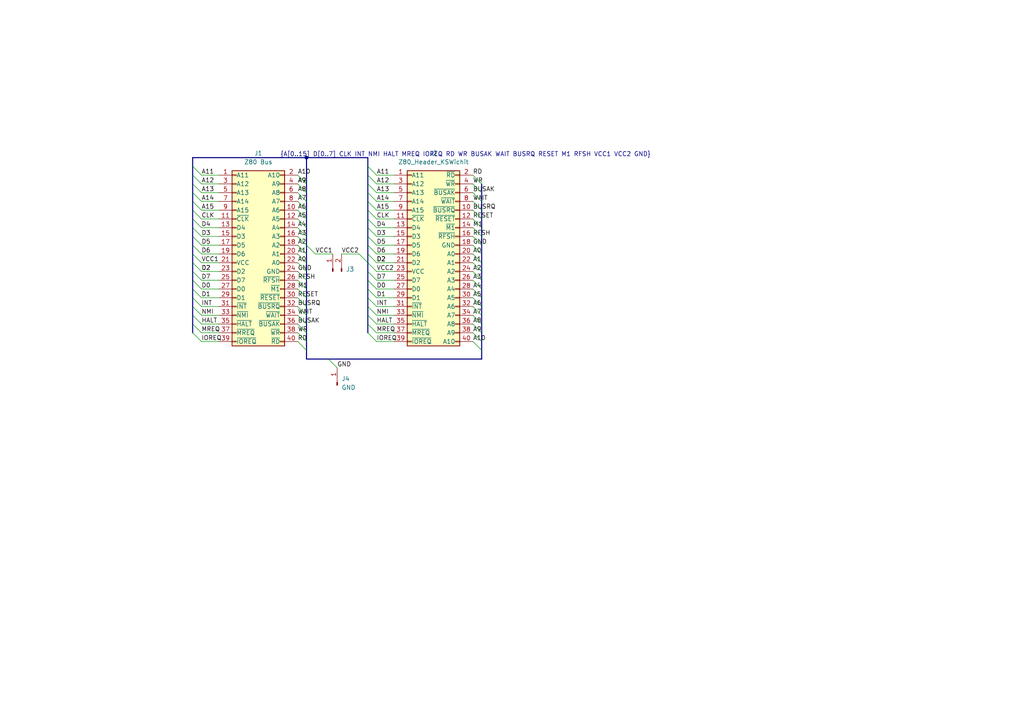
<source format=kicad_sch>
(kicad_sch (version 20230121) (generator eeschema)
  (paper "A4")
  (lib_symbols
    (symbol "CPU:Z80_Header" (pin_names (offset 1.25))
      (property "Reference" "J" (at 1.27 25.4 0))
      (property "Value" "Z80_Header" (at 6.35 -27.94 0))
      (symbol "Z80_Header_1_1"
        (rectangle (start -1.27 -25.273) (end 0 -25.527) (stroke (width 0.1524)))
        (rectangle (start -1.27 -22.733) (end 0 -22.987) (stroke (width 0.1524)))
        (rectangle (start -1.27 -20.193) (end 0 -20.447) (stroke (width 0.1524)))
        (rectangle (start -1.27 -17.653) (end 0 -17.907) (stroke (width 0.1524)))
        (rectangle (start -1.27 -15.113) (end 0 -15.367) (stroke (width 0.1524)))
        (rectangle (start -1.27 -12.573) (end 0 -12.827) (stroke (width 0.1524)))
        (rectangle (start -1.27 -10.033) (end 0 -10.287) (stroke (width 0.1524)))
        (rectangle (start -1.27 -7.493) (end 0 -7.747) (stroke (width 0.1524)))
        (rectangle (start -1.27 -4.953) (end 0 -5.207) (stroke (width 0.1524)))
        (rectangle (start -1.27 -2.413) (end 0 -2.667) (stroke (width 0.1524)))
        (rectangle (start -1.27 0.127) (end 0 -0.127) (stroke (width 0.1524)))
        (rectangle (start -1.27 2.667) (end 0 2.413) (stroke (width 0.1524)))
        (rectangle (start -1.27 5.207) (end 0 4.953) (stroke (width 0.1524)))
        (rectangle (start -1.27 7.747) (end 0 7.493) (stroke (width 0.1524)))
        (rectangle (start -1.27 10.287) (end 0 10.033) (stroke (width 0.1524)))
        (rectangle (start -1.27 12.827) (end 0 12.573) (stroke (width 0.1524)))
        (rectangle (start -1.27 15.367) (end 0 15.113) (stroke (width 0.1524)))
        (rectangle (start -1.27 17.907) (end 0 17.653) (stroke (width 0.1524)))
        (rectangle (start -1.27 20.447) (end 0 20.193) (stroke (width 0.1524)))
        (rectangle (start -1.27 22.987) (end 0 22.733) (stroke (width 0.1524)))
        (rectangle (start -1.27 24.13) (end 13.97 -26.67) (stroke (width 0.254)) (fill (type background)))
        (rectangle (start 13.97 -25.273) (end 12.7 -25.527) (stroke (width 0.1524)))
        (rectangle (start 13.97 -22.733) (end 12.7 -22.987) (stroke (width 0.1524)))
        (rectangle (start 13.97 -20.193) (end 12.7 -20.447) (stroke (width 0.1524)))
        (rectangle (start 13.97 -17.653) (end 12.7 -17.907) (stroke (width 0.1524)))
        (rectangle (start 13.97 -15.113) (end 12.7 -15.367) (stroke (width 0.1524)))
        (rectangle (start 13.97 -12.573) (end 12.7 -12.827) (stroke (width 0.1524)))
        (rectangle (start 13.97 -10.033) (end 12.7 -10.287) (stroke (width 0.1524)))
        (rectangle (start 13.97 -7.493) (end 12.7 -7.747) (stroke (width 0.1524)))
        (rectangle (start 13.97 -4.953) (end 12.7 -5.207) (stroke (width 0.1524)))
        (rectangle (start 13.97 -2.413) (end 12.7 -2.667) (stroke (width 0.1524)))
        (rectangle (start 13.97 0.127) (end 12.7 -0.127) (stroke (width 0.1524)))
        (rectangle (start 13.97 2.667) (end 12.7 2.413) (stroke (width 0.1524)))
        (rectangle (start 13.97 5.207) (end 12.7 4.953) (stroke (width 0.1524)))
        (rectangle (start 13.97 7.747) (end 12.7 7.493) (stroke (width 0.1524)))
        (rectangle (start 13.97 10.287) (end 12.7 10.033) (stroke (width 0.1524)))
        (rectangle (start 13.97 12.827) (end 12.7 12.573) (stroke (width 0.1524)))
        (rectangle (start 13.97 15.367) (end 12.7 15.113) (stroke (width 0.1524)))
        (rectangle (start 13.97 17.907) (end 12.7 17.653) (stroke (width 0.1524)))
        (rectangle (start 13.97 20.447) (end 12.7 20.193) (stroke (width 0.1524)))
        (rectangle (start 13.97 22.987) (end 12.7 22.733) (stroke (width 0.1524)))
        (pin output line (at -5.08 22.86 0) (length 3.81) (name "A11") (number "1"))
        (pin output line (at 17.78 12.7 180) (length 3.81) (name "A6") (number "10"))
        (pin input line (at -5.08 10.16 0) (length 3.81) (name "~{CLK}") (number "11"))
        (pin output line (at 17.78 10.16 180) (length 3.81) (name "A5") (number "12"))
        (pin bidirectional line (at -5.08 7.62 0) (length 3.81) (name "D4") (number "13"))
        (pin output line (at 17.78 7.62 180) (length 3.81) (name "A4") (number "14"))
        (pin bidirectional line (at -5.08 5.08 0) (length 3.81) (name "D3") (number "15"))
        (pin output line (at 17.78 5.08 180) (length 3.81) (name "A3") (number "16"))
        (pin bidirectional line (at -5.08 2.54 0) (length 3.81) (name "D5") (number "17"))
        (pin output line (at 17.78 2.54 180) (length 3.81) (name "A2") (number "18"))
        (pin bidirectional line (at -5.08 0 0) (length 3.81) (name "D6") (number "19"))
        (pin output line (at 17.78 22.86 180) (length 3.81) (name "A10") (number "2"))
        (pin output line (at 17.78 0 180) (length 3.81) (name "A1") (number "20"))
        (pin power_in line (at -5.08 -2.54 0) (length 3.81) (name "VCC") (number "21"))
        (pin output line (at 17.78 -2.54 180) (length 3.81) (name "A0") (number "22"))
        (pin bidirectional line (at -5.08 -5.08 0) (length 3.81) (name "D2") (number "23"))
        (pin power_in line (at 17.78 -5.08 180) (length 3.81) (name "GND") (number "24"))
        (pin bidirectional line (at -5.08 -7.62 0) (length 3.81) (name "D7") (number "25"))
        (pin output line (at 17.78 -7.62 180) (length 3.81) (name "~{RFSH}") (number "26"))
        (pin bidirectional line (at -5.08 -10.16 0) (length 3.81) (name "D0") (number "27"))
        (pin output line (at 17.78 -10.16 180) (length 3.81) (name "~{M1}") (number "28"))
        (pin bidirectional line (at -5.08 -12.7 0) (length 3.81) (name "D1") (number "29"))
        (pin output line (at -5.08 20.32 0) (length 3.81) (name "A12") (number "3"))
        (pin input line (at 17.78 -12.7 180) (length 3.81) (name "~{RESET}") (number "30"))
        (pin input line (at -5.08 -15.24 0) (length 3.81) (name "~{INT}") (number "31"))
        (pin input line (at 17.78 -15.24 180) (length 3.81) (name "~{BUSRQ}") (number "32"))
        (pin input line (at -5.08 -17.78 0) (length 3.81) (name "~{NMI}") (number "33"))
        (pin input line (at 17.78 -17.78 180) (length 3.81) (name "~{WAIT}") (number "34"))
        (pin output line (at -5.08 -20.32 0) (length 3.81) (name "~{HALT}") (number "35"))
        (pin output line (at 17.78 -20.32 180) (length 3.81) (name "~{BUSAK}") (number "36"))
        (pin output line (at -5.08 -22.86 0) (length 3.81) (name "~{MREQ}") (number "37"))
        (pin output line (at 17.78 -22.86 180) (length 3.81) (name "~{WR}") (number "38"))
        (pin output line (at -5.08 -25.4 0) (length 3.81) (name "~{IOREQ}") (number "39"))
        (pin output line (at 17.78 20.32 180) (length 3.81) (name "A9") (number "4"))
        (pin output line (at 17.78 -25.4 180) (length 3.81) (name "~{RD}") (number "40"))
        (pin output line (at -5.08 17.78 0) (length 3.81) (name "A13") (number "5"))
        (pin output line (at 17.78 17.78 180) (length 3.81) (name "A8") (number "6"))
        (pin output line (at -5.08 15.24 0) (length 3.81) (name "A14") (number "7"))
        (pin output line (at 17.78 15.24 180) (length 3.81) (name "A7") (number "8"))
        (pin output line (at -5.08 12.7 0) (length 3.81) (name "A15") (number "9"))
      )
    )
    (symbol "CPU:Z80_Header_KSWichit" (pin_names (offset 1.25))
      (property "Reference" "J2" (at 6.35 29.21 0))
      (property "Value" "Z80_Header_KSWichit" (at 6.35 26.67 0))
      (symbol "Z80_Header_KSWichit_1_1"
        (rectangle (start -1.27 -25.273) (end 0 -25.527) (stroke (width 0.1524)))
        (rectangle (start -1.27 -22.733) (end 0 -22.987) (stroke (width 0.1524)))
        (rectangle (start -1.27 -20.193) (end 0 -20.447) (stroke (width 0.1524)))
        (rectangle (start -1.27 -17.653) (end 0 -17.907) (stroke (width 0.1524)))
        (rectangle (start -1.27 -15.113) (end 0 -15.367) (stroke (width 0.1524)))
        (rectangle (start -1.27 -12.573) (end 0 -12.827) (stroke (width 0.1524)))
        (rectangle (start -1.27 -10.033) (end 0 -10.287) (stroke (width 0.1524)))
        (rectangle (start -1.27 -7.493) (end 0 -7.747) (stroke (width 0.1524)))
        (rectangle (start -1.27 -4.953) (end 0 -5.207) (stroke (width 0.1524)))
        (rectangle (start -1.27 -2.413) (end 0 -2.667) (stroke (width 0.1524)))
        (rectangle (start -1.27 0.127) (end 0 -0.127) (stroke (width 0.1524)))
        (rectangle (start -1.27 2.667) (end 0 2.413) (stroke (width 0.1524)))
        (rectangle (start -1.27 5.207) (end 0 4.953) (stroke (width 0.1524)))
        (rectangle (start -1.27 7.747) (end 0 7.493) (stroke (width 0.1524)))
        (rectangle (start -1.27 10.287) (end 0 10.033) (stroke (width 0.1524)))
        (rectangle (start -1.27 12.827) (end 0 12.573) (stroke (width 0.1524)))
        (rectangle (start -1.27 15.367) (end 0 15.113) (stroke (width 0.1524)))
        (rectangle (start -1.27 17.907) (end 0 17.653) (stroke (width 0.1524)))
        (rectangle (start -1.27 20.447) (end 0 20.193) (stroke (width 0.1524)))
        (rectangle (start -1.27 22.987) (end 0 22.733) (stroke (width 0.1524)))
        (rectangle (start -1.27 24.13) (end 13.97 -26.67) (stroke (width 0.254)) (fill (type background)))
        (rectangle (start 13.97 -25.273) (end 12.7 -25.527) (stroke (width 0.1524)))
        (rectangle (start 13.97 -22.733) (end 12.7 -22.987) (stroke (width 0.1524)))
        (rectangle (start 13.97 -20.193) (end 12.7 -20.447) (stroke (width 0.1524)))
        (rectangle (start 13.97 -17.653) (end 12.7 -17.907) (stroke (width 0.1524)))
        (rectangle (start 13.97 -15.113) (end 12.7 -15.367) (stroke (width 0.1524)))
        (rectangle (start 13.97 -12.573) (end 12.7 -12.827) (stroke (width 0.1524)))
        (rectangle (start 13.97 -10.033) (end 12.7 -10.287) (stroke (width 0.1524)))
        (rectangle (start 13.97 -7.493) (end 12.7 -7.747) (stroke (width 0.1524)))
        (rectangle (start 13.97 -4.953) (end 12.7 -5.207) (stroke (width 0.1524)))
        (rectangle (start 13.97 -2.413) (end 12.7 -2.667) (stroke (width 0.1524)))
        (rectangle (start 13.97 0.127) (end 12.7 -0.127) (stroke (width 0.1524)))
        (rectangle (start 13.97 2.667) (end 12.7 2.413) (stroke (width 0.1524)))
        (rectangle (start 13.97 5.207) (end 12.7 4.953) (stroke (width 0.1524)))
        (rectangle (start 13.97 7.747) (end 12.7 7.493) (stroke (width 0.1524)))
        (rectangle (start 13.97 10.287) (end 12.7 10.033) (stroke (width 0.1524)))
        (rectangle (start 13.97 12.827) (end 12.7 12.573) (stroke (width 0.1524)))
        (rectangle (start 13.97 15.367) (end 12.7 15.113) (stroke (width 0.1524)))
        (rectangle (start 13.97 17.907) (end 12.7 17.653) (stroke (width 0.1524)))
        (rectangle (start 13.97 20.447) (end 12.7 20.193) (stroke (width 0.1524)))
        (rectangle (start 13.97 22.987) (end 12.7 22.733) (stroke (width 0.1524)))
        (pin output line (at -5.08 22.86 0) (length 3.81) (name "A11") (number "1"))
        (pin input line (at 17.78 12.7 180) (length 3.81) (name "~{BUSRQ}") (number "10"))
        (pin input line (at -5.08 10.16 0) (length 3.81) (name "~{CLK}") (number "11"))
        (pin input line (at 17.78 10.16 180) (length 3.81) (name "~{RESET}") (number "12"))
        (pin bidirectional line (at -5.08 7.62 0) (length 3.81) (name "D4") (number "13"))
        (pin output line (at 17.78 7.62 180) (length 3.81) (name "~{M1}") (number "14"))
        (pin bidirectional line (at -5.08 5.08 0) (length 3.81) (name "D3") (number "15"))
        (pin output line (at 17.78 5.08 180) (length 3.81) (name "~{RFSH}") (number "16"))
        (pin bidirectional line (at -5.08 2.54 0) (length 3.81) (name "D5") (number "17"))
        (pin power_in line (at 17.78 2.54 180) (length 3.81) (name "GND") (number "18"))
        (pin bidirectional line (at -5.08 0 0) (length 3.81) (name "D6") (number "19"))
        (pin output line (at 17.78 22.86 180) (length 3.81) (name "~{RD}") (number "2"))
        (pin output line (at 17.78 0 180) (length 3.81) (name "A0") (number "20"))
        (pin bidirectional line (at -5.08 -2.54 0) (length 3.81) (name "D2") (number "21"))
        (pin output line (at 17.78 -2.54 180) (length 3.81) (name "A1") (number "22"))
        (pin power_in line (at -5.08 -5.08 0) (length 3.81) (name "VCC") (number "23"))
        (pin output line (at 17.78 -5.08 180) (length 3.81) (name "A2") (number "24"))
        (pin bidirectional line (at -5.08 -7.62 0) (length 3.81) (name "D7") (number "25"))
        (pin output line (at 17.78 -7.62 180) (length 3.81) (name "A3") (number "26"))
        (pin bidirectional line (at -5.08 -10.16 0) (length 3.81) (name "D0") (number "27"))
        (pin output line (at 17.78 -10.16 180) (length 3.81) (name "A4") (number "28"))
        (pin bidirectional line (at -5.08 -12.7 0) (length 3.81) (name "D1") (number "29"))
        (pin output line (at -5.08 20.32 0) (length 3.81) (name "A12") (number "3"))
        (pin output line (at 17.78 -12.7 180) (length 3.81) (name "A5") (number "30"))
        (pin input line (at -5.08 -15.24 0) (length 3.81) (name "~{INT}") (number "31"))
        (pin output line (at 17.78 -15.24 180) (length 3.81) (name "A6") (number "32"))
        (pin input line (at -5.08 -17.78 0) (length 3.81) (name "~{NMI}") (number "33"))
        (pin output line (at 17.78 -17.78 180) (length 3.81) (name "A7") (number "34"))
        (pin output line (at -5.08 -20.32 0) (length 3.81) (name "~{HALT}") (number "35"))
        (pin output line (at 17.78 -20.32 180) (length 3.81) (name "A8") (number "36"))
        (pin output line (at -5.08 -22.86 0) (length 3.81) (name "~{MREQ}") (number "37"))
        (pin output line (at 17.78 -22.86 180) (length 3.81) (name "A9") (number "38"))
        (pin output line (at -5.08 -25.4 0) (length 3.81) (name "~{IOREQ}") (number "39"))
        (pin output line (at 17.78 20.32 180) (length 3.81) (name "~{WR}") (number "4"))
        (pin output line (at 17.78 -25.4 180) (length 3.81) (name "A10") (number "40"))
        (pin output line (at -5.08 17.78 0) (length 3.81) (name "A13") (number "5"))
        (pin output line (at 17.78 17.78 180) (length 3.81) (name "~{BUSAK}") (number "6"))
        (pin output line (at -5.08 15.24 0) (length 3.81) (name "A14") (number "7"))
        (pin input line (at 17.78 15.24 180) (length 3.81) (name "~{WAIT}") (number "8"))
        (pin output line (at -5.08 12.7 0) (length 3.81) (name "A15") (number "9"))
      )
    )
    (symbol "Connector:Conn_01x01_Pin" (pin_names (offset 1.016) hide)
      (property "Reference" "J" (at 0 2.54 0))
      (property "Value" "Conn_01x01_Pin" (at 0 -2.54 0))
      (symbol "Conn_01x01_Pin_1_1"
        (polyline (pts (xy 1.27 0) (xy 0.8636 0)) (stroke (width 0.1524)))
        (rectangle (start 0.8636 0.127) (end 0 -0.127) (stroke (width 0.1524)) (fill (type outline)))
        (pin passive line (at 5.08 0 180) (length 3.81) (name "Pin_1") (number "1"))
      )
    )
    (symbol "Connector:Conn_01x02_Pin" (pin_names (offset 1.016) hide)
      (property "Reference" "J" (at 0 2.54 0))
      (property "Value" "Conn_01x02_Pin" (at 0 -5.08 0))
      (symbol "Conn_01x02_Pin_1_1"
        (polyline (pts (xy 1.27 -2.54) (xy 0.8636 -2.54)) (stroke (width 0.1524)))
        (polyline (pts (xy 1.27 0) (xy 0.8636 0)) (stroke (width 0.1524)))
        (rectangle (start 0.8636 -2.413) (end 0 -2.667) (stroke (width 0.1524)) (fill (type outline)))
        (rectangle (start 0.8636 0.127) (end 0 -0.127) (stroke (width 0.1524)) (fill (type outline)))
        (pin passive line (at 5.08 0 180) (length 3.81) (name "Pin_1") (number "1"))
        (pin passive line (at 5.08 -2.54 180) (length 3.81) (name "Pin_2") (number "2"))
      )
    )
  )
  (junction (at 88.9 45.72))
  (bus_entry (at 106.68 68.58) (size 2.54 2.54))
  (bus_entry (at 88.9 68.58) (size -2.54 -2.54))
  (bus_entry (at 88.9 71.12) (size -2.54 -2.54))
  (bus_entry (at 106.68 78.74) (size 2.54 2.54))
  (bus_entry (at 106.68 73.66) (size 2.54 2.54))
  (bus_entry (at 88.9 88.9) (size -2.54 -2.54))
  (bus_entry (at 88.9 71.12) (size 2.54 2.54))
  (bus_entry (at 139.7 99.06) (size -2.54 -2.54))
  (bus_entry (at 106.68 81.28) (size 2.54 2.54))
  (bus_entry (at 106.68 71.12) (size 2.54 2.54))
  (bus_entry (at 139.7 93.98) (size -2.54 -2.54))
  (bus_entry (at 55.88 73.66) (size 2.54 2.54))
  (bus_entry (at 55.88 60.96) (size 2.54 2.54))
  (bus_entry (at 106.68 50.8) (size 2.54 2.54))
  (bus_entry (at 139.7 66.04) (size -2.54 -2.54))
  (bus_entry (at 88.9 86.36) (size -2.54 -2.54))
  (bus_entry (at 106.68 76.2) (size -2.54 -2.54))
  (bus_entry (at 55.88 88.9) (size 2.54 2.54))
  (bus_entry (at 55.88 48.26) (size 2.54 2.54))
  (bus_entry (at 139.7 81.28) (size -2.54 -2.54))
  (bus_entry (at 139.7 71.12) (size -2.54 -2.54))
  (bus_entry (at 88.9 63.5) (size -2.54 -2.54))
  (bus_entry (at 106.68 88.9) (size 2.54 2.54))
  (bus_entry (at 139.7 55.88) (size -2.54 -2.54))
  (bus_entry (at 106.68 96.52) (size 2.54 2.54))
  (bus_entry (at 139.7 58.42) (size -2.54 -2.54))
  (bus_entry (at 55.88 96.52) (size 2.54 2.54))
  (bus_entry (at 88.9 53.34) (size -2.54 -2.54))
  (bus_entry (at 55.88 50.8) (size 2.54 2.54))
  (bus_entry (at 106.68 76.2) (size 2.54 2.54))
  (bus_entry (at 106.68 55.88) (size 2.54 2.54))
  (bus_entry (at 139.7 101.6) (size -2.54 -2.54))
  (bus_entry (at 106.68 93.98) (size 2.54 2.54))
  (bus_entry (at 55.88 78.74) (size 2.54 2.54))
  (bus_entry (at 88.9 101.6) (size -2.54 -2.54))
  (bus_entry (at 55.88 66.04) (size 2.54 2.54))
  (bus_entry (at 106.68 91.44) (size 2.54 2.54))
  (bus_entry (at 55.88 91.44) (size 2.54 2.54))
  (bus_entry (at 55.88 71.12) (size 2.54 2.54))
  (bus_entry (at 106.68 58.42) (size 2.54 2.54))
  (bus_entry (at 88.9 60.96) (size -2.54 -2.54))
  (bus_entry (at 139.7 63.5) (size -2.54 -2.54))
  (bus_entry (at 106.68 60.96) (size 2.54 2.54))
  (bus_entry (at 55.88 58.42) (size 2.54 2.54))
  (bus_entry (at 55.88 63.5) (size 2.54 2.54))
  (bus_entry (at 106.68 86.36) (size 2.54 2.54))
  (bus_entry (at 88.9 83.82) (size -2.54 -2.54))
  (bus_entry (at 139.7 53.34) (size -2.54 -2.54))
  (bus_entry (at 55.88 68.58) (size 2.54 2.54))
  (bus_entry (at 88.9 96.52) (size -2.54 -2.54))
  (bus_entry (at 88.9 93.98) (size -2.54 -2.54))
  (bus_entry (at 139.7 68.58) (size -2.54 -2.54))
  (bus_entry (at 139.7 91.44) (size -2.54 -2.54))
  (bus_entry (at 139.7 78.74) (size -2.54 -2.54))
  (bus_entry (at 106.68 66.04) (size 2.54 2.54))
  (bus_entry (at 106.68 53.34) (size 2.54 2.54))
  (bus_entry (at 139.7 76.2) (size -2.54 -2.54))
  (bus_entry (at 55.88 53.34) (size 2.54 2.54))
  (bus_entry (at 139.7 86.36) (size -2.54 -2.54))
  (bus_entry (at 88.9 99.06) (size -2.54 -2.54))
  (bus_entry (at 88.9 66.04) (size -2.54 -2.54))
  (bus_entry (at 106.68 63.5) (size 2.54 2.54))
  (bus_entry (at 88.9 58.42) (size -2.54 -2.54))
  (bus_entry (at 88.9 81.28) (size -2.54 -2.54))
  (bus_entry (at 88.9 76.2) (size -2.54 -2.54))
  (bus_entry (at 95.25 104.14) (size 2.54 2.54))
  (bus_entry (at 139.7 96.52) (size -2.54 -2.54))
  (bus_entry (at 55.88 76.2) (size 2.54 2.54))
  (bus_entry (at 88.9 78.74) (size -2.54 -2.54))
  (bus_entry (at 55.88 83.82) (size 2.54 2.54))
  (bus_entry (at 88.9 73.66) (size -2.54 -2.54))
  (bus_entry (at 88.9 55.88) (size -2.54 -2.54))
  (bus_entry (at 106.68 48.26) (size 2.54 2.54))
  (bus_entry (at 139.7 60.96) (size -2.54 -2.54))
  (bus_entry (at 106.68 83.82) (size 2.54 2.54))
  (bus_entry (at 139.7 88.9) (size -2.54 -2.54))
  (bus_entry (at 139.7 83.82) (size -2.54 -2.54))
  (bus_entry (at 88.9 91.44) (size -2.54 -2.54))
  (bus_entry (at 139.7 73.66) (size -2.54 -2.54))
  (bus_entry (at 55.88 55.88) (size 2.54 2.54))
  (bus_entry (at 55.88 81.28) (size 2.54 2.54))
  (bus_entry (at 55.88 86.36) (size 2.54 2.54))
  (bus_entry (at 55.88 93.98) (size 2.54 2.54))
  (wire (pts (xy 58.42 99.06) (xy 63.5 99.06)))
  (bus (pts (xy 139.7 60.96) (xy 139.7 63.5)))
  (wire (pts (xy 109.22 71.12) (xy 114.3 71.12)))
  (wire (pts (xy 58.42 88.9) (xy 63.5 88.9)))
  (bus (pts (xy 55.88 58.42) (xy 55.88 60.96)))
  (wire (pts (xy 109.22 58.42) (xy 114.3 58.42)))
  (bus (pts (xy 139.7 93.98) (xy 139.7 96.52)))
  (bus (pts (xy 139.7 71.12) (xy 139.7 73.66)))
  (wire (pts (xy 109.22 83.82) (xy 114.3 83.82)))
  (wire (pts (xy 58.42 55.88) (xy 63.5 55.88)))
  (bus (pts (xy 139.7 88.9) (xy 139.7 91.44)))
  (bus (pts (xy 88.9 45.72) (xy 88.9 53.34)))
  (wire (pts (xy 109.22 78.74) (xy 114.3 78.74)))
  (bus (pts (xy 139.7 91.44) (xy 139.7 93.98)))
  (bus (pts (xy 88.9 68.58) (xy 88.9 71.12)))
  (bus (pts (xy 106.68 71.12) (xy 106.68 73.66)))
  (bus (pts (xy 95.25 104.14) (xy 139.7 104.14)))
  (wire (pts (xy 58.42 73.66) (xy 63.5 73.66)))
  (wire (pts (xy 109.22 66.04) (xy 114.3 66.04)))
  (wire (pts (xy 58.42 60.96) (xy 63.5 60.96)))
  (wire (pts (xy 58.42 63.5) (xy 63.5 63.5)))
  (bus (pts (xy 106.68 91.44) (xy 106.68 93.98)))
  (bus (pts (xy 139.7 99.06) (xy 139.7 101.6)))
  (bus (pts (xy 88.9 81.28) (xy 88.9 83.82)))
  (bus (pts (xy 55.88 66.04) (xy 55.88 68.58)))
  (wire (pts (xy 109.22 93.98) (xy 114.3 93.98)))
  (bus (pts (xy 139.7 78.74) (xy 139.7 81.28)))
  (bus (pts (xy 139.7 101.6) (xy 139.7 104.14)))
  (bus (pts (xy 88.9 83.82) (xy 88.9 86.36)))
  (bus (pts (xy 88.9 63.5) (xy 88.9 66.04)))
  (wire (pts (xy 58.42 91.44) (xy 63.5 91.44)))
  (wire (pts (xy 58.42 96.52) (xy 63.5 96.52)))
  (wire (pts (xy 58.42 83.82) (xy 63.5 83.82)))
  (bus (pts (xy 106.68 68.58) (xy 106.68 71.12)))
  (bus (pts (xy 55.88 60.96) (xy 55.88 63.5)))
  (bus (pts (xy 106.68 78.74) (xy 106.68 81.28)))
  (bus (pts (xy 106.68 93.98) (xy 106.68 96.52)))
  (wire (pts (xy 58.42 53.34) (xy 63.5 53.34)))
  (bus (pts (xy 88.9 55.88) (xy 88.9 58.42)))
  (bus (pts (xy 55.88 55.88) (xy 55.88 58.42)))
  (bus (pts (xy 106.68 55.88) (xy 106.68 58.42)))
  (wire (pts (xy 109.22 99.06) (xy 114.3 99.06)))
  (bus (pts (xy 106.68 83.82) (xy 106.68 86.36)))
  (bus (pts (xy 55.88 76.2) (xy 55.88 78.74)))
  (wire (pts (xy 109.22 91.44) (xy 114.3 91.44)))
  (bus (pts (xy 88.9 91.44) (xy 88.9 93.98)))
  (bus (pts (xy 139.7 66.04) (xy 139.7 68.58)))
  (bus (pts (xy 106.68 50.8) (xy 106.68 53.34)))
  (wire (pts (xy 91.44 73.66) (xy 96.52 73.66)))
  (bus (pts (xy 88.9 104.14) (xy 95.25 104.14)))
  (bus (pts (xy 139.7 86.36) (xy 139.7 88.9)))
  (bus (pts (xy 88.9 96.52) (xy 88.9 99.06)))
  (wire (pts (xy 58.42 50.8) (xy 63.5 50.8)))
  (bus (pts (xy 88.9 66.04) (xy 88.9 68.58)))
  (wire (pts (xy 109.22 88.9) (xy 114.3 88.9)))
  (bus (pts (xy 106.68 73.66) (xy 106.68 76.2)))
  (bus (pts (xy 55.88 50.8) (xy 55.88 53.34)))
  (bus (pts (xy 55.88 45.72) (xy 88.9 45.72)))
  (wire (pts (xy 58.42 78.74) (xy 63.5 78.74)))
  (bus (pts (xy 55.88 53.34) (xy 55.88 55.88)))
  (bus (pts (xy 55.88 78.74) (xy 55.88 81.28)))
  (bus (pts (xy 88.9 73.66) (xy 88.9 76.2)))
  (wire (pts (xy 58.42 93.98) (xy 63.5 93.98)))
  (bus (pts (xy 139.7 63.5) (xy 139.7 66.04)))
  (bus (pts (xy 106.68 60.96) (xy 106.68 63.5)))
  (bus (pts (xy 106.68 76.2) (xy 106.68 78.74)))
  (wire (pts (xy 109.22 81.28) (xy 114.3 81.28)))
  (wire (pts (xy 58.42 81.28) (xy 63.5 81.28)))
  (wire (pts (xy 109.22 73.66) (xy 114.3 73.66)))
  (wire (pts (xy 58.42 66.04) (xy 63.5 66.04)))
  (bus (pts (xy 106.68 86.36) (xy 106.68 88.9)))
  (bus (pts (xy 55.88 68.58) (xy 55.88 71.12)))
  (bus (pts (xy 106.68 58.42) (xy 106.68 60.96)))
  (bus (pts (xy 88.9 86.36) (xy 88.9 88.9)))
  (bus (pts (xy 88.9 93.98) (xy 88.9 96.52)))
  (bus (pts (xy 139.7 55.88) (xy 139.7 58.42)))
  (bus (pts (xy 139.7 58.42) (xy 139.7 60.96)))
  (bus (pts (xy 55.88 73.66) (xy 55.88 76.2)))
  (wire (pts (xy 99.06 73.66) (xy 104.14 73.66)))
  (wire (pts (xy 109.22 76.2) (xy 114.3 76.2)))
  (wire (pts (xy 109.22 86.36) (xy 114.3 86.36)))
  (bus (pts (xy 88.9 76.2) (xy 88.9 78.74)))
  (wire (pts (xy 58.42 68.58) (xy 63.5 68.58)))
  (wire (pts (xy 109.22 60.96) (xy 114.3 60.96)))
  (bus (pts (xy 88.9 58.42) (xy 88.9 60.96)))
  (bus (pts (xy 88.9 60.96) (xy 88.9 63.5)))
  (bus (pts (xy 55.88 91.44) (xy 55.88 93.98)))
  (bus (pts (xy 88.9 101.6) (xy 88.9 104.14)))
  (bus (pts (xy 55.88 48.26) (xy 55.88 50.8)))
  (bus (pts (xy 88.9 71.12) (xy 88.9 73.66)))
  (wire (pts (xy 58.42 86.36) (xy 63.5 86.36)))
  (bus (pts (xy 88.9 88.9) (xy 88.9 91.44)))
  (bus (pts (xy 88.9 45.72) (xy 106.68 45.72)))
  (bus (pts (xy 55.88 83.82) (xy 55.88 86.36)))
  (bus (pts (xy 55.88 86.36) (xy 55.88 88.9)))
  (bus (pts (xy 139.7 53.34) (xy 139.7 55.88)))
  (bus (pts (xy 106.68 88.9) (xy 106.68 91.44)))
  (wire (pts (xy 109.22 63.5) (xy 114.3 63.5)))
  (bus (pts (xy 55.88 81.28) (xy 55.88 83.82)))
  (bus (pts (xy 55.88 45.72) (xy 55.88 48.26)))
  (wire (pts (xy 109.22 96.52) (xy 114.3 96.52)))
  (wire (pts (xy 58.42 58.42) (xy 63.5 58.42)))
  (bus (pts (xy 88.9 53.34) (xy 88.9 55.88)))
  (bus (pts (xy 106.68 63.5) (xy 106.68 66.04)))
  (bus (pts (xy 88.9 99.06) (xy 88.9 101.6)))
  (wire (pts (xy 109.22 68.58) (xy 114.3 68.58)))
  (bus (pts (xy 55.88 93.98) (xy 55.88 96.52)))
  (bus (pts (xy 139.7 76.2) (xy 139.7 78.74)))
  (bus (pts (xy 139.7 68.58) (xy 139.7 71.12)))
  (bus (pts (xy 55.88 71.12) (xy 55.88 73.66)))
  (bus (pts (xy 106.68 53.34) (xy 106.68 55.88)))
  (wire (pts (xy 109.22 55.88) (xy 114.3 55.88)))
  (wire (pts (xy 109.22 50.8) (xy 114.3 50.8)))
  (bus (pts (xy 55.88 88.9) (xy 55.88 91.44)))
  (bus (pts (xy 55.88 63.5) (xy 55.88 66.04)))
  (bus (pts (xy 106.68 81.28) (xy 106.68 83.82)))
  (bus (pts (xy 106.68 45.72) (xy 106.68 48.26)))
  (bus (pts (xy 139.7 73.66) (xy 139.7 76.2)))
  (bus (pts (xy 139.7 96.52) (xy 139.7 99.06)))
  (wire (pts (xy 58.42 76.2) (xy 63.5 76.2)))
  (wire (pts (xy 109.22 53.34) (xy 114.3 53.34)))
  (bus (pts (xy 88.9 78.74) (xy 88.9 81.28)))
  (bus (pts (xy 106.68 48.26) (xy 106.68 50.8)))
  (bus (pts (xy 139.7 83.82) (xy 139.7 86.36)))
  (bus (pts (xy 106.68 66.04) (xy 106.68 68.58)))
  (wire (pts (xy 58.42 71.12) (xy 63.5 71.12)))
  (bus (pts (xy 139.7 81.28) (xy 139.7 83.82)))
  (label "A7" (at 137.16 91.44 0))
  (label "D3" (at 58.42 68.58 0))
  (label "RFSH" (at 137.16 68.58 0))
  (label "A9" (at 86.36 53.34 0))
  (label "A4" (at 137.16 83.82 0))
  (label "A2" (at 137.16 78.74 0))
  (label "BUSAK" (at 137.16 55.88 0))
  (label "A15" (at 58.42 60.96 0))
  (label "MREQ" (at 58.42 96.52 0))
  (label "A8" (at 137.16 93.98 0))
  (label "RESET" (at 137.16 63.5 0))
  (label "A3" (at 137.16 81.28 0))
  (label "D0" (at 109.22 83.82 0))
  (label "INT" (at 109.22 88.9 0))
  (label "A0" (at 86.36 76.2 0))
  (label "INT" (at 58.42 88.9 0))
  (label "A15" (at 109.22 60.96 0))
  (label "A1" (at 86.36 73.66 0))
  (label "A11" (at 109.22 50.8 0))
  (label "D2" (at 58.42 78.74 0))
  (label "CLK" (at 109.22 63.5 0))
  (label "D5" (at 109.22 71.12 0))
  (label "D0" (at 58.42 83.82 0))
  (label "D7" (at 58.42 81.28 0))
  (label "MREQ" (at 109.22 96.52 0))
  (label "A9" (at 86.36 53.34 0))
  (label "A8" (at 86.36 55.88 0))
  (label "HALT" (at 109.22 93.98 0))
  (label "A14" (at 58.42 58.42 0))
  (label "D5" (at 58.42 71.12 0))
  (label "IOREQ" (at 109.22 99.06 0))
  (label "NMI" (at 58.42 91.44 0))
  (label "D2" (at 109.22 76.2 0))
  (label "A0" (at 137.16 73.66 0))
  (label "CLK" (at 58.42 63.5 0))
  (label "VCC1" (at 58.42 76.2 0))
  (label "VCC2" (at 99.06 73.66 0))
  (label "D3" (at 109.22 68.58 0))
  (label "A7" (at 86.36 58.42 0))
  (label "VCC2" (at 109.22 78.74 0))
  (label "D6" (at 58.42 73.66 0))
  (label "BUSAK" (at 86.36 93.98 0))
  (label "RESET" (at 86.36 86.36 0))
  (label "HALT" (at 58.42 93.98 0))
  (label "NMI" (at 109.22 91.44 0))
  (label "A11" (at 58.42 50.8 0))
  (label "BUSRQ" (at 86.36 88.9 0))
  (label "A14" (at 109.22 58.42 0))
  (label "WAIT" (at 86.36 91.44 0))
  (label "RFSH" (at 86.36 81.28 0))
  (label "BUSRQ" (at 137.16 60.96 0))
  (label "WR" (at 137.16 53.34 0))
  (label "A13" (at 58.42 55.88 0))
  (label "D2" (at 58.42 78.74 0))
  (label "GND" (at 86.36 78.74 0))
  (label "RD" (at 137.16 50.8 0))
  (label "VCC1" (at 91.44 73.66 0))
  (label "A12" (at 109.22 53.34 0))
  (label "A10" (at 86.36 50.8 0))
  (label "M1" (at 137.16 66.04 0))
  (label "D6" (at 109.22 73.66 0))
  (label "M1" (at 86.36 83.82 0))
  (label "A5" (at 137.16 86.36 0))
  (label "A1" (at 137.16 76.2 0))
  (label "D4" (at 109.22 66.04 0))
  (label "D2" (at 109.22 76.2 0))
  (label "D1" (at 109.22 86.36 0))
  (label "A6" (at 137.16 88.9 0))
  (label "A4" (at 86.36 66.04 0))
  (label "WAIT" (at 137.16 58.42 0))
  (label "D7" (at 109.22 81.28 0))
  (label "A9" (at 137.16 96.52 0))
  (label "{A[0..15] D[0..7] CLK INT NMI HALT MREQ IOREQ RD WR BUSAK WAIT BUSRQ RESET M1 RFSH VCC1 VCC2 GND}" (at 81.28 45.72 0))
  (label "WR" (at 86.36 96.52 0))
  (label "A3" (at 86.36 68.58 0))
  (label "A12" (at 58.42 53.34 0))
  (label "A6" (at 86.36 60.96 0))
  (label "D4" (at 58.42 66.04 0))
  (label "IOREQ" (at 58.42 99.06 0))
  (label "RD" (at 86.36 99.06 0))
  (label "A5" (at 86.36 63.5 0))
  (label "D1" (at 58.42 86.36 0))
  (label "A10" (at 137.16 99.06 0))
  (label "GND" (at 97.79 106.68 0))
  (label "A2" (at 86.36 71.12 0))
  (label "A13" (at 109.22 55.88 0))
  (label "GND" (at 137.16 71.12 0))
  (symbol (lib_id "CPU:Z80_Header") (at 68.58 73.66 0) (unit 1)
    (property "Reference" "J1" (at 74.93 44.45 0))
    (property "Value" "Z80 Bus" (at 74.93 46.99 0))
    (property "Footprint" "Connector_PinSocket_2.54mm:PinSocket_2x20_P2.54mm_Vertical" (effects hide))
  )
  (symbol (lib_id "Connector:Conn_01x02_Pin") (at 96.52 78.74 90) (unit 1)
    (property "Reference" "J3" (at 100.33 78.105 90) (effects (justify right)))
    (property "Value" "Conn_01x02_Pin" (effects hide))
    (property "Footprint" "Connector_PinHeader_2.54mm:PinHeader_1x02_P2.54mm_Vertical" (effects hide))
  )
  (symbol (lib_id "CPU:Z80_Header_KSWichit") (at 119.38 73.66 0) (unit 1)
    (property "Reference" "J2" (at 125.73 44.45 0))
    (property "Value" "Z80_Header_KSWichit" (at 125.73 46.99 0))
    (property "Footprint" "Connector_PinSocket_2.54mm:PinSocket_2x20_P2.54mm_Vertical" (effects hide))
  )
  (symbol (lib_id "Connector:Conn_01x01_Pin") (at 97.79 111.76 90) (unit 1)
    (property "Reference" "J4" (at 99.06 109.855 90) (effects (justify right)))
    (property "Value" "GND" (at 99.06 112.395 90) (effects (justify right)))
    (property "Footprint" "Connector_PinHeader_2.54mm:PinHeader_1x01_P2.54mm_Vertical" (effects hide))
  )
)
</source>
